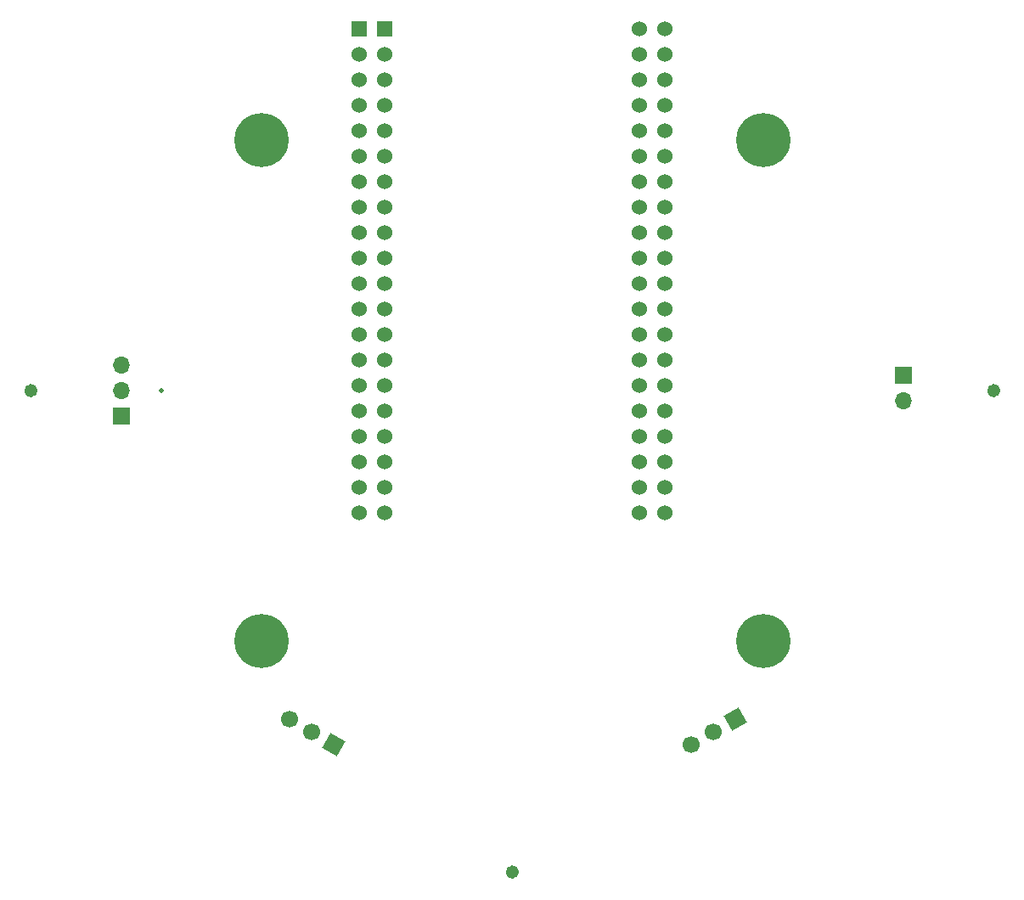
<source format=gbr>
G04 #@! TF.GenerationSoftware,KiCad,Pcbnew,7.0.4-40-g0180cb380f*
G04 #@! TF.CreationDate,2023-07-07T01:52:34-07:00*
G04 #@! TF.ProjectId,RobotOwl,526f626f-744f-4776-9c2e-6b696361645f,rev?*
G04 #@! TF.SameCoordinates,Original*
G04 #@! TF.FileFunction,Soldermask,Bot*
G04 #@! TF.FilePolarity,Negative*
%FSLAX46Y46*%
G04 Gerber Fmt 4.6, Leading zero omitted, Abs format (unit mm)*
G04 Created by KiCad (PCBNEW 7.0.4-40-g0180cb380f) date 2023-07-07 01:52:34*
%MOMM*%
%LPD*%
G01*
G04 APERTURE LIST*
G04 Aperture macros list*
%AMHorizOval*
0 Thick line with rounded ends*
0 $1 width*
0 $2 $3 position (X,Y) of the first rounded end (center of the circle)*
0 $4 $5 position (X,Y) of the second rounded end (center of the circle)*
0 Add line between two ends*
20,1,$1,$2,$3,$4,$5,0*
0 Add two circle primitives to create the rounded ends*
1,1,$1,$2,$3*
1,1,$1,$4,$5*%
%AMRotRect*
0 Rectangle, with rotation*
0 The origin of the aperture is its center*
0 $1 length*
0 $2 width*
0 $3 Rotation angle, in degrees counterclockwise*
0 Add horizontal line*
21,1,$1,$2,0,0,$3*%
G04 Aperture macros list end*
%ADD10C,0.650000*%
%ADD11RotRect,1.700000X1.700000X300.000000*%
%ADD12HorizOval,1.700000X0.000000X0.000000X0.000000X0.000000X0*%
%ADD13RotRect,1.700000X1.700000X240.000000*%
%ADD14HorizOval,1.700000X0.000000X0.000000X0.000000X0.000000X0*%
%ADD15R,1.524000X1.524000*%
%ADD16C,1.524000*%
%ADD17C,1.152000*%
%ADD18C,0.800000*%
%ADD19C,5.400000*%
%ADD20R,1.700000X1.700000*%
%ADD21O,1.700000X1.700000*%
%ADD22C,0.500000*%
G04 APERTURE END LIST*
D10*
X198325000Y-100000000D02*
G75*
G03*
X198325000Y-100000000I-325000J0D01*
G01*
X150325000Y-148000000D02*
G75*
G03*
X150325000Y-148000000I-325000J0D01*
G01*
X102325000Y-100000000D02*
G75*
G03*
X102325000Y-100000000I-325000J0D01*
G01*
D11*
X172199705Y-132730000D03*
D12*
X170000000Y-134000000D03*
X167800296Y-135270000D03*
D13*
X132199705Y-135270000D03*
D14*
X130000000Y-134000000D03*
X127800296Y-132730000D03*
D15*
X134760000Y-63902500D03*
X137300000Y-63902500D03*
D16*
X134760000Y-66442500D03*
X137300000Y-66442500D03*
X134760000Y-68982500D03*
X137300000Y-68982500D03*
X134760000Y-71522500D03*
X137300000Y-71522500D03*
X134760000Y-74062500D03*
X137300000Y-74062500D03*
X134760000Y-76602500D03*
X137300000Y-76602500D03*
X134760000Y-79142500D03*
X137300000Y-79142500D03*
X134760000Y-81682500D03*
X137300000Y-81682500D03*
X134760000Y-84222500D03*
X137300000Y-84222500D03*
X134760000Y-86762500D03*
X137300000Y-86762500D03*
X134760000Y-89302500D03*
X137300000Y-89302500D03*
X134760000Y-91842500D03*
X137300000Y-91842500D03*
X134760000Y-94382500D03*
X137300000Y-94382500D03*
X134760000Y-96922500D03*
X137300000Y-96922500D03*
X134760000Y-99462500D03*
X137300000Y-99462500D03*
X134760000Y-102002500D03*
X137300000Y-102002500D03*
X134760000Y-104542500D03*
X137300000Y-104542500D03*
X134760000Y-107082500D03*
X137300000Y-107082500D03*
X134760000Y-109622500D03*
X137300000Y-109622500D03*
X134760000Y-112162500D03*
X137300000Y-112162500D03*
X162700000Y-112162500D03*
X165240000Y-112162500D03*
X162700000Y-109622500D03*
X165240000Y-109622500D03*
X162700000Y-107082500D03*
X165240000Y-107082500D03*
X162700000Y-104542500D03*
X165240000Y-104542500D03*
X162700000Y-102002500D03*
X165240000Y-102002500D03*
X162700000Y-99462500D03*
X165240000Y-99462500D03*
X162700000Y-96922500D03*
X165240000Y-96922500D03*
X162700000Y-94382500D03*
X165240000Y-94382500D03*
X162700000Y-91842500D03*
X165240000Y-91842500D03*
X162700000Y-89302500D03*
X165240000Y-89302500D03*
X162700000Y-86762500D03*
X165240000Y-86762500D03*
X162700000Y-84222500D03*
X165240000Y-84222500D03*
X162700000Y-81682500D03*
X165240000Y-81682500D03*
X162700000Y-79142500D03*
X165240000Y-79142500D03*
X162700000Y-76602500D03*
X165240000Y-76602500D03*
X162700000Y-74062500D03*
X165240000Y-74062500D03*
X162700000Y-71522500D03*
X165240000Y-71522500D03*
X162700000Y-68982500D03*
X165240000Y-68982500D03*
X162700000Y-66442500D03*
X165240000Y-66442500D03*
X162700000Y-63902500D03*
X165240000Y-63902500D03*
D17*
X198000000Y-100000000D03*
D18*
X122975000Y-125000000D03*
X123568109Y-123568109D03*
X123568109Y-126431891D03*
X125000000Y-122975000D03*
D19*
X125000000Y-125000000D03*
D18*
X125000000Y-127025000D03*
X126431891Y-123568109D03*
X126431891Y-126431891D03*
X127025000Y-125000000D03*
D17*
X150000000Y-148000000D03*
D18*
X122975000Y-75000000D03*
X123568109Y-73568109D03*
X123568109Y-76431891D03*
X125000000Y-72975000D03*
D19*
X125000000Y-75000000D03*
D18*
X125000000Y-77025000D03*
X126431891Y-73568109D03*
X126431891Y-76431891D03*
X127025000Y-75000000D03*
X172975000Y-125000000D03*
X173568109Y-123568109D03*
X173568109Y-126431891D03*
X175000000Y-122975000D03*
D19*
X175000000Y-125000000D03*
D18*
X175000000Y-127025000D03*
X176431891Y-123568109D03*
X176431891Y-126431891D03*
X177025000Y-125000000D03*
D20*
X111000000Y-102540000D03*
D21*
X111000000Y-100000000D03*
X111000000Y-97460000D03*
D20*
X189000000Y-98460000D03*
D21*
X189000000Y-101000000D03*
D18*
X172975000Y-75000000D03*
X173568109Y-73568109D03*
X173568109Y-76431891D03*
X175000000Y-72975000D03*
D19*
X175000000Y-75000000D03*
D18*
X175000000Y-77025000D03*
X176431891Y-73568109D03*
X176431891Y-76431891D03*
X177025000Y-75000000D03*
D22*
X115000000Y-100000000D03*
D17*
X102000000Y-100000000D03*
M02*

</source>
